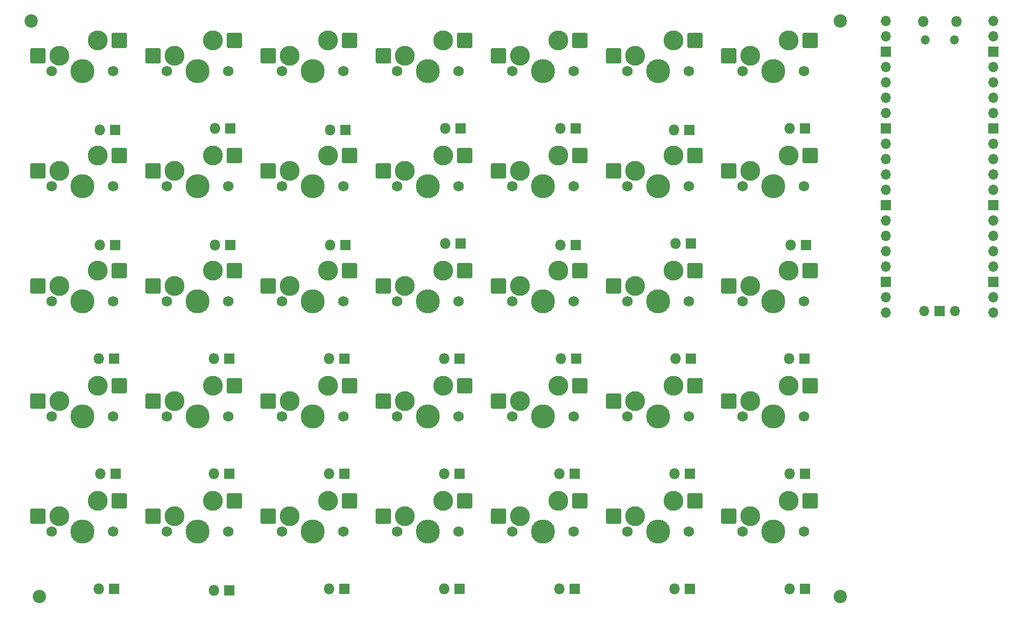
<source format=gbr>
%TF.GenerationSoftware,KiCad,Pcbnew,7.0.5*%
%TF.CreationDate,2023-07-21T14:17:18+03:00*%
%TF.ProjectId,MacroPadPlate,4d616372-6f50-4616-9450-6c6174652e6b,rev?*%
%TF.SameCoordinates,Original*%
%TF.FileFunction,Soldermask,Bot*%
%TF.FilePolarity,Negative*%
%FSLAX46Y46*%
G04 Gerber Fmt 4.6, Leading zero omitted, Abs format (unit mm)*
G04 Created by KiCad (PCBNEW 7.0.5) date 2023-07-21 14:17:18*
%MOMM*%
%LPD*%
G01*
G04 APERTURE LIST*
G04 Aperture macros list*
%AMRoundRect*
0 Rectangle with rounded corners*
0 $1 Rounding radius*
0 $2 $3 $4 $5 $6 $7 $8 $9 X,Y pos of 4 corners*
0 Add a 4 corners polygon primitive as box body*
4,1,4,$2,$3,$4,$5,$6,$7,$8,$9,$2,$3,0*
0 Add four circle primitives for the rounded corners*
1,1,$1+$1,$2,$3*
1,1,$1+$1,$4,$5*
1,1,$1+$1,$6,$7*
1,1,$1+$1,$8,$9*
0 Add four rect primitives between the rounded corners*
20,1,$1+$1,$2,$3,$4,$5,0*
20,1,$1+$1,$4,$5,$6,$7,0*
20,1,$1+$1,$6,$7,$8,$9,0*
20,1,$1+$1,$8,$9,$2,$3,0*%
G04 Aperture macros list end*
%ADD10C,2.200000*%
%ADD11O,1.800000X1.800000*%
%ADD12O,1.500000X1.500000*%
%ADD13O,1.700000X1.700000*%
%ADD14R,1.700000X1.700000*%
%ADD15C,1.750000*%
%ADD16C,3.987800*%
%ADD17C,3.300000*%
%ADD18RoundRect,0.250000X1.025000X1.000000X-1.025000X1.000000X-1.025000X-1.000000X1.025000X-1.000000X0*%
%ADD19R,1.800000X1.800000*%
G04 APERTURE END LIST*
D10*
%TO.C,REF\u002A\u002A*%
X211931250Y-32543750D03*
%TD*%
%TO.C,REF\u002A\u002A*%
X211931250Y-127793750D03*
%TD*%
%TO.C,REF\u002A\u002A*%
X78000000Y-32543750D03*
%TD*%
%TO.C,REF\u002A\u002A*%
X79375000Y-127793750D03*
%TD*%
D11*
%TO.C,U1*%
X225621000Y-32642000D03*
D12*
X225921000Y-35672000D03*
X230771000Y-35672000D03*
D11*
X231071000Y-32642000D03*
D13*
X219456000Y-32512000D03*
X219456000Y-35052000D03*
D14*
X219456000Y-37592000D03*
D13*
X219456000Y-40132000D03*
X219456000Y-42672000D03*
X219456000Y-45212000D03*
X219456000Y-47752000D03*
D14*
X219456000Y-50292000D03*
D13*
X219456000Y-52832000D03*
X219456000Y-55372000D03*
X219456000Y-57912000D03*
X219456000Y-60452000D03*
D14*
X219456000Y-62992000D03*
D13*
X219456000Y-65532000D03*
X219456000Y-68072000D03*
X219456000Y-70612000D03*
X219456000Y-73152000D03*
D14*
X219456000Y-75692000D03*
D13*
X219456000Y-78232000D03*
X219456000Y-80772000D03*
X237236000Y-80772000D03*
X237236000Y-78232000D03*
D14*
X237236000Y-75692000D03*
D13*
X237236000Y-73152000D03*
X237236000Y-70612000D03*
X237236000Y-68072000D03*
X237236000Y-65532000D03*
D14*
X237236000Y-62992000D03*
D13*
X237236000Y-60452000D03*
X237236000Y-57912000D03*
X237236000Y-55372000D03*
X237236000Y-52832000D03*
D14*
X237236000Y-50292000D03*
D13*
X237236000Y-47752000D03*
X237236000Y-45212000D03*
X237236000Y-42672000D03*
X237236000Y-40132000D03*
D14*
X237236000Y-37592000D03*
D13*
X237236000Y-35052000D03*
X237236000Y-32512000D03*
X225806000Y-80542000D03*
D14*
X228346000Y-80542000D03*
D13*
X230886000Y-80542000D03*
%TD*%
D15*
%TO.C,MX20*%
X110629300Y-78890000D03*
D16*
X105549300Y-78890000D03*
D15*
X100469300Y-78890000D03*
D17*
X101739300Y-76350000D03*
D18*
X98189300Y-76350000D03*
X111639300Y-73810000D03*
D17*
X108089300Y-73810000D03*
%TD*%
D19*
%TO.C,D25*%
X148873000Y-107442000D03*
D11*
X146333000Y-107442000D03*
%TD*%
D19*
%TO.C,D1*%
X206023000Y-50292000D03*
D11*
X203483000Y-50292000D03*
%TD*%
D15*
%TO.C,MX9*%
X186829300Y-59840000D03*
D16*
X181749300Y-59840000D03*
D15*
X176669300Y-59840000D03*
D17*
X177939300Y-57300000D03*
D18*
X174389300Y-57300000D03*
X187839300Y-54760000D03*
D17*
X184289300Y-54760000D03*
%TD*%
D15*
%TO.C,MX31*%
X167779300Y-116990000D03*
D16*
X162699300Y-116990000D03*
D15*
X157619300Y-116990000D03*
D17*
X158889300Y-114450000D03*
D18*
X155339300Y-114450000D03*
X168789300Y-111910000D03*
D17*
X165239300Y-111910000D03*
%TD*%
D15*
%TO.C,MX18*%
X148729300Y-78890000D03*
D16*
X143649300Y-78890000D03*
D15*
X138569300Y-78890000D03*
D17*
X139839300Y-76350000D03*
D18*
X136289300Y-76350000D03*
X149739300Y-73810000D03*
D17*
X146189300Y-73810000D03*
%TD*%
D15*
%TO.C,MX7*%
X91579300Y-40790000D03*
D16*
X86499300Y-40790000D03*
D15*
X81419300Y-40790000D03*
D17*
X82689300Y-38250000D03*
D18*
X79139300Y-38250000D03*
X92589300Y-35710000D03*
D17*
X89039300Y-35710000D03*
%TD*%
D15*
%TO.C,MX33*%
X129679300Y-116990000D03*
D16*
X124599300Y-116990000D03*
D15*
X119519300Y-116990000D03*
D17*
X120789300Y-114450000D03*
D18*
X117239300Y-114450000D03*
X130689300Y-111910000D03*
D17*
X127139300Y-111910000D03*
%TD*%
D15*
%TO.C,MX26*%
X129679300Y-97940000D03*
D16*
X124599300Y-97940000D03*
D15*
X119519300Y-97940000D03*
D17*
X120789300Y-95400000D03*
D18*
X117239300Y-95400000D03*
X130689300Y-92860000D03*
D17*
X127139300Y-92860000D03*
%TD*%
D15*
%TO.C,MX4*%
X148729300Y-40790000D03*
D16*
X143649300Y-40790000D03*
D15*
X138569300Y-40790000D03*
D17*
X139839300Y-38250000D03*
D18*
X136289300Y-38250000D03*
X149739300Y-35710000D03*
D17*
X146189300Y-35710000D03*
%TD*%
D15*
%TO.C,MX16*%
X186829300Y-78890000D03*
D16*
X181749300Y-78890000D03*
D15*
X176669300Y-78890000D03*
D17*
X177939300Y-76350000D03*
D18*
X174389300Y-76350000D03*
X187839300Y-73810000D03*
D17*
X184289300Y-73810000D03*
%TD*%
D15*
%TO.C,MX12*%
X129679300Y-59840000D03*
D16*
X124599300Y-59840000D03*
D15*
X119519300Y-59840000D03*
D17*
X120789300Y-57300000D03*
D18*
X117239300Y-57300000D03*
X130689300Y-54760000D03*
D17*
X127139300Y-54760000D03*
%TD*%
D19*
%TO.C,D29*%
X206023000Y-126492000D03*
D11*
X203483000Y-126492000D03*
%TD*%
D15*
%TO.C,MX35*%
X91579300Y-116990000D03*
D16*
X86499300Y-116990000D03*
D15*
X81419300Y-116990000D03*
D17*
X82689300Y-114450000D03*
D18*
X79139300Y-114450000D03*
X92589300Y-111910000D03*
D17*
X89039300Y-111910000D03*
%TD*%
D15*
%TO.C,MX17*%
X167779300Y-78890000D03*
D16*
X162699300Y-78890000D03*
D15*
X157619300Y-78890000D03*
D17*
X158889300Y-76350000D03*
D18*
X155339300Y-76350000D03*
X168789300Y-73810000D03*
D17*
X165239300Y-73810000D03*
%TD*%
D15*
%TO.C,MX13*%
X110629300Y-59840000D03*
D16*
X105549300Y-59840000D03*
D15*
X100469300Y-59840000D03*
D17*
X101739300Y-57300000D03*
D18*
X98189300Y-57300000D03*
X111639300Y-54760000D03*
D17*
X108089300Y-54760000D03*
%TD*%
D15*
%TO.C,MX28*%
X91579300Y-97940000D03*
D16*
X86499300Y-97940000D03*
D15*
X81419300Y-97940000D03*
D17*
X82689300Y-95400000D03*
D18*
X79139300Y-95400000D03*
X92589300Y-92860000D03*
D17*
X89039300Y-92860000D03*
%TD*%
D15*
%TO.C,MX3*%
X167779300Y-40790000D03*
D16*
X162699300Y-40790000D03*
D15*
X157619300Y-40790000D03*
D17*
X158889300Y-38250000D03*
D18*
X155339300Y-38250000D03*
X168789300Y-35710000D03*
D17*
X165239300Y-35710000D03*
%TD*%
D19*
%TO.C,D5*%
X130019300Y-50546000D03*
D11*
X127479300Y-50546000D03*
%TD*%
D19*
%TO.C,D31*%
X167923000Y-126492000D03*
D11*
X165383000Y-126492000D03*
%TD*%
D15*
%TO.C,MX14*%
X91579300Y-59840000D03*
D16*
X86499300Y-59840000D03*
D15*
X81419300Y-59840000D03*
D17*
X82689300Y-57300000D03*
D18*
X79139300Y-57300000D03*
X92589300Y-54760000D03*
D17*
X89039300Y-54760000D03*
%TD*%
D15*
%TO.C,MX22*%
X205879300Y-97940000D03*
D16*
X200799300Y-97940000D03*
D15*
X195719300Y-97940000D03*
D17*
X196989300Y-95400000D03*
D18*
X193439300Y-95400000D03*
X206889300Y-92860000D03*
D17*
X203339300Y-92860000D03*
%TD*%
D15*
%TO.C,MX30*%
X186829300Y-116990000D03*
D16*
X181749300Y-116990000D03*
D15*
X176669300Y-116990000D03*
D17*
X177939300Y-114450000D03*
D18*
X174389300Y-114450000D03*
X187839300Y-111910000D03*
D17*
X184289300Y-111910000D03*
%TD*%
D19*
%TO.C,D32*%
X148873000Y-126492000D03*
D11*
X146333000Y-126492000D03*
%TD*%
D15*
%TO.C,MX8*%
X205879300Y-59840000D03*
D16*
X200799300Y-59840000D03*
D15*
X195719300Y-59840000D03*
D17*
X196989300Y-57300000D03*
D18*
X193439300Y-57300000D03*
X206889300Y-54760000D03*
D17*
X203339300Y-54760000D03*
%TD*%
D19*
%TO.C,D10*%
X168148300Y-69596000D03*
D11*
X165608300Y-69596000D03*
%TD*%
D19*
%TO.C,D22*%
X206023000Y-107442000D03*
D11*
X203483000Y-107442000D03*
%TD*%
D15*
%TO.C,MX5*%
X129679300Y-40790000D03*
D16*
X124599300Y-40790000D03*
D15*
X119519300Y-40790000D03*
D17*
X120789300Y-38250000D03*
D18*
X117239300Y-38250000D03*
X130689300Y-35710000D03*
D17*
X127139300Y-35710000D03*
%TD*%
D15*
%TO.C,MX29*%
X205879300Y-116990000D03*
D16*
X200799300Y-116990000D03*
D15*
X195719300Y-116990000D03*
D17*
X196989300Y-114450000D03*
D18*
X193439300Y-114450000D03*
X206889300Y-111910000D03*
D17*
X203339300Y-111910000D03*
%TD*%
D19*
%TO.C,D16*%
X187169300Y-88392000D03*
D11*
X184629300Y-88392000D03*
%TD*%
D19*
%TO.C,D14*%
X91948300Y-69596000D03*
D11*
X89408300Y-69596000D03*
%TD*%
D15*
%TO.C,MX25*%
X148729300Y-97940000D03*
D16*
X143649300Y-97940000D03*
D15*
X138569300Y-97940000D03*
D17*
X139839300Y-95400000D03*
D18*
X136289300Y-95400000D03*
X149739300Y-92860000D03*
D17*
X146189300Y-92860000D03*
%TD*%
D15*
%TO.C,MX1*%
X205879300Y-40790000D03*
D16*
X200799300Y-40790000D03*
D15*
X195719300Y-40790000D03*
D17*
X196989300Y-38250000D03*
D18*
X193439300Y-38250000D03*
X206889300Y-35710000D03*
D17*
X203339300Y-35710000D03*
%TD*%
D19*
%TO.C,D21*%
X91723000Y-88392000D03*
D11*
X89183000Y-88392000D03*
%TD*%
D19*
%TO.C,D23*%
X186973000Y-107442000D03*
D11*
X184433000Y-107442000D03*
%TD*%
D19*
%TO.C,D35*%
X91723000Y-126492000D03*
D11*
X89183000Y-126492000D03*
%TD*%
D19*
%TO.C,D6*%
X110969300Y-50292000D03*
D11*
X108429300Y-50292000D03*
%TD*%
D15*
%TO.C,MX24*%
X167779300Y-97940000D03*
D16*
X162699300Y-97940000D03*
D15*
X157619300Y-97940000D03*
D17*
X158889300Y-95400000D03*
D18*
X155339300Y-95400000D03*
X168789300Y-92860000D03*
D17*
X165239300Y-92860000D03*
%TD*%
D19*
%TO.C,D2*%
X186944300Y-50546000D03*
D11*
X184404300Y-50546000D03*
%TD*%
D19*
%TO.C,D17*%
X168177000Y-88392000D03*
D11*
X165637000Y-88392000D03*
%TD*%
D19*
%TO.C,D30*%
X186973000Y-126492000D03*
D11*
X184433000Y-126492000D03*
%TD*%
D15*
%TO.C,MX15*%
X205879300Y-78890000D03*
D16*
X200799300Y-78890000D03*
D15*
X195719300Y-78890000D03*
D17*
X196989300Y-76350000D03*
D18*
X193439300Y-76350000D03*
X206889300Y-73810000D03*
D17*
X203339300Y-73810000D03*
%TD*%
D15*
%TO.C,MX32*%
X148729300Y-116990000D03*
D16*
X143649300Y-116990000D03*
D15*
X138569300Y-116990000D03*
D17*
X139839300Y-114450000D03*
D18*
X136289300Y-114450000D03*
X149739300Y-111910000D03*
D17*
X146189300Y-111910000D03*
%TD*%
D19*
%TO.C,D12*%
X130048300Y-69596000D03*
D11*
X127508300Y-69596000D03*
%TD*%
D19*
%TO.C,D9*%
X187198300Y-69342000D03*
D11*
X184658300Y-69342000D03*
%TD*%
D15*
%TO.C,MX6*%
X110629300Y-40790000D03*
D16*
X105549300Y-40790000D03*
D15*
X100469300Y-40790000D03*
D17*
X101739300Y-38250000D03*
D18*
X98189300Y-38250000D03*
X111639300Y-35710000D03*
D17*
X108089300Y-35710000D03*
%TD*%
D15*
%TO.C,MX11*%
X148729300Y-59840000D03*
D16*
X143649300Y-59840000D03*
D15*
X138569300Y-59840000D03*
D17*
X139839300Y-57300000D03*
D18*
X136289300Y-57300000D03*
X149739300Y-54760000D03*
D17*
X146189300Y-54760000D03*
%TD*%
D19*
%TO.C,D8*%
X206248300Y-69596000D03*
D11*
X203708300Y-69596000D03*
%TD*%
D15*
%TO.C,MX34*%
X110629300Y-116990000D03*
D16*
X105549300Y-116990000D03*
D15*
X100469300Y-116990000D03*
D17*
X101739300Y-114450000D03*
D18*
X98189300Y-114450000D03*
X111639300Y-111910000D03*
D17*
X108089300Y-111910000D03*
%TD*%
D15*
%TO.C,MX10*%
X167779300Y-59840000D03*
D16*
X162699300Y-59840000D03*
D15*
X157619300Y-59840000D03*
D17*
X158889300Y-57300000D03*
D18*
X155339300Y-57300000D03*
X168789300Y-54760000D03*
D17*
X165239300Y-54760000D03*
%TD*%
D15*
%TO.C,MX2*%
X186829300Y-40790000D03*
D16*
X181749300Y-40790000D03*
D15*
X176669300Y-40790000D03*
D17*
X177939300Y-38250000D03*
D18*
X174389300Y-38250000D03*
X187839300Y-35710000D03*
D17*
X184289300Y-35710000D03*
%TD*%
D15*
%TO.C,MX27*%
X110629300Y-97940000D03*
D16*
X105549300Y-97940000D03*
D15*
X100469300Y-97940000D03*
D17*
X101739300Y-95400000D03*
D18*
X98189300Y-95400000D03*
X111639300Y-92860000D03*
D17*
X108089300Y-92860000D03*
%TD*%
D15*
%TO.C,MX21*%
X91579300Y-78890000D03*
D16*
X86499300Y-78890000D03*
D15*
X81419300Y-78890000D03*
D17*
X82689300Y-76350000D03*
D18*
X79139300Y-76350000D03*
X92589300Y-73810000D03*
D17*
X89039300Y-73810000D03*
%TD*%
D19*
%TO.C,D33*%
X129823000Y-126492000D03*
D11*
X127283000Y-126492000D03*
%TD*%
D15*
%TO.C,MX23*%
X186829300Y-97940000D03*
D16*
X181749300Y-97940000D03*
D15*
X176669300Y-97940000D03*
D17*
X177939300Y-95400000D03*
D18*
X174389300Y-95400000D03*
X187839300Y-92860000D03*
D17*
X184289300Y-92860000D03*
%TD*%
D19*
%TO.C,D28*%
X91977000Y-107442000D03*
D11*
X89437000Y-107442000D03*
%TD*%
D19*
%TO.C,D27*%
X110773000Y-107442000D03*
D11*
X108233000Y-107442000D03*
%TD*%
D19*
%TO.C,D24*%
X167923000Y-107442000D03*
D11*
X165383000Y-107442000D03*
%TD*%
D19*
%TO.C,D34*%
X110773000Y-126746000D03*
D11*
X108233000Y-126746000D03*
%TD*%
D19*
%TO.C,D20*%
X110773000Y-88392000D03*
D11*
X108233000Y-88392000D03*
%TD*%
D19*
%TO.C,D11*%
X149098300Y-69342000D03*
D11*
X146558300Y-69342000D03*
%TD*%
D19*
%TO.C,D4*%
X149098300Y-50292000D03*
D11*
X146558300Y-50292000D03*
%TD*%
D19*
%TO.C,D18*%
X148873000Y-88392000D03*
D11*
X146333000Y-88392000D03*
%TD*%
D19*
%TO.C,D15*%
X205994300Y-88392000D03*
D11*
X203454300Y-88392000D03*
%TD*%
D19*
%TO.C,D26*%
X129823000Y-107442000D03*
D11*
X127283000Y-107442000D03*
%TD*%
D15*
%TO.C,MX19*%
X129679300Y-78890000D03*
D16*
X124599300Y-78890000D03*
D15*
X119519300Y-78890000D03*
D17*
X120789300Y-76350000D03*
D18*
X117239300Y-76350000D03*
X130689300Y-73810000D03*
D17*
X127139300Y-73810000D03*
%TD*%
D19*
%TO.C,D13*%
X110998300Y-69596000D03*
D11*
X108458300Y-69596000D03*
%TD*%
D19*
%TO.C,D19*%
X129823000Y-88392000D03*
D11*
X127283000Y-88392000D03*
%TD*%
D19*
%TO.C,D3*%
X168148300Y-50292000D03*
D11*
X165608300Y-50292000D03*
%TD*%
D19*
%TO.C,D7*%
X91919300Y-50546000D03*
D11*
X89379300Y-50546000D03*
%TD*%
M02*

</source>
